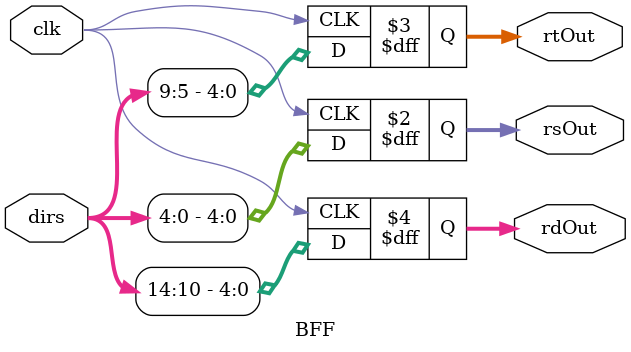
<source format=v>
module BFF(
	input clk,
	input [14:0]
		dirs,
	output [4:0]
		rsOut,
		rtOut,
		rdOut,
);

always @(posedge clk)
begin
	rsOut = dirs[0:4];
	rtOut = dirs[5:9];
	rdOut = dirs[10:14];
end
endmodule
</source>
